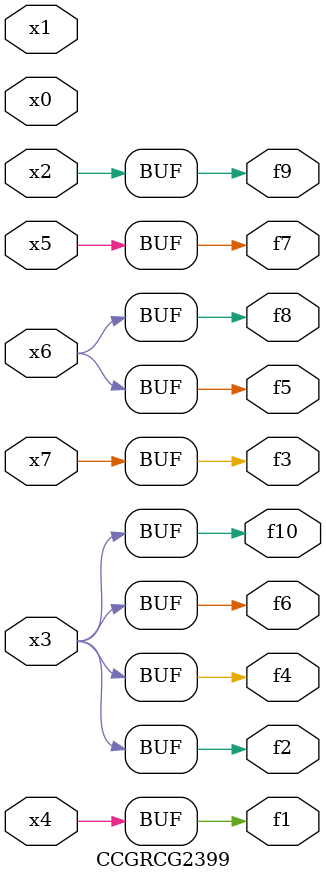
<source format=v>
module CCGRCG2399(
	input x0, x1, x2, x3, x4, x5, x6, x7,
	output f1, f2, f3, f4, f5, f6, f7, f8, f9, f10
);
	assign f1 = x4;
	assign f2 = x3;
	assign f3 = x7;
	assign f4 = x3;
	assign f5 = x6;
	assign f6 = x3;
	assign f7 = x5;
	assign f8 = x6;
	assign f9 = x2;
	assign f10 = x3;
endmodule

</source>
